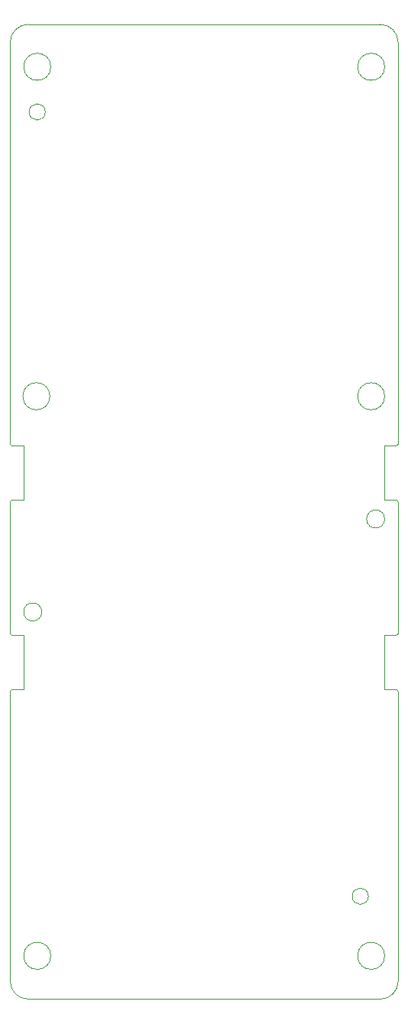
<source format=gm1>
G04 #@! TF.GenerationSoftware,KiCad,Pcbnew,8.0.1*
G04 #@! TF.CreationDate,2024-04-14T23:13:04-04:00*
G04 #@! TF.ProjectId,Bird3Controller,42697264-3343-46f6-9e74-726f6c6c6572,rev?*
G04 #@! TF.SameCoordinates,Original*
G04 #@! TF.FileFunction,Profile,NP*
%FSLAX46Y46*%
G04 Gerber Fmt 4.6, Leading zero omitted, Abs format (unit mm)*
G04 Created by KiCad (PCBNEW 8.0.1) date 2024-04-14 23:13:04*
%MOMM*%
%LPD*%
G01*
G04 APERTURE LIST*
G04 #@! TA.AperFunction,Profile*
%ADD10C,0.100000*%
G04 #@! TD*
G04 APERTURE END LIST*
D10*
X160500000Y-88450000D02*
X160500000Y-44000000D01*
X164900000Y-83200000D02*
G75*
G02*
X161900000Y-83200000I-1500000J0D01*
G01*
X161900000Y-83200000D02*
G75*
G02*
X164900000Y-83200000I1500000J0D01*
G01*
X201500000Y-42000000D02*
X162500000Y-42000000D01*
X200200000Y-138600000D02*
G75*
G02*
X198400000Y-138600000I-900000J0D01*
G01*
X198400000Y-138600000D02*
G75*
G02*
X200200000Y-138600000I900000J0D01*
G01*
X160500000Y-44000000D02*
G75*
G02*
X162500000Y-42000000I2000000J0D01*
G01*
X160500000Y-148000000D02*
X160500000Y-115950000D01*
X201500000Y-42000000D02*
G75*
G02*
X203500000Y-44000000I0J-2000000D01*
G01*
X203500000Y-115950000D02*
X203500000Y-148000000D01*
X203500000Y-44000000D02*
X203500000Y-88450000D01*
X203500000Y-148000000D02*
G75*
G02*
X201500000Y-150000000I-2000000J0D01*
G01*
X165000000Y-145200000D02*
G75*
G02*
X162000000Y-145200000I-1500000J0D01*
G01*
X162000000Y-145200000D02*
G75*
G02*
X165000000Y-145200000I1500000J0D01*
G01*
X201500000Y-150000000D02*
X162500000Y-150000000D01*
X164400000Y-51700000D02*
G75*
G02*
X162600000Y-51700000I-900000J0D01*
G01*
X162600000Y-51700000D02*
G75*
G02*
X164400000Y-51700000I900000J0D01*
G01*
X160500000Y-109450000D02*
X160500000Y-94950000D01*
X162500000Y-150000000D02*
G75*
G02*
X160500000Y-148000000I0J2000000D01*
G01*
X202000000Y-46700000D02*
G75*
G02*
X199000000Y-46700000I-1500000J0D01*
G01*
X199000000Y-46700000D02*
G75*
G02*
X202000000Y-46700000I1500000J0D01*
G01*
X203500000Y-94950000D02*
X203500000Y-109450000D01*
X202000000Y-145200000D02*
G75*
G02*
X199000000Y-145200000I-1500000J0D01*
G01*
X199000000Y-145200000D02*
G75*
G02*
X202000000Y-145200000I1500000J0D01*
G01*
X202000000Y-83200000D02*
G75*
G02*
X199000000Y-83200000I-1500000J0D01*
G01*
X199000000Y-83200000D02*
G75*
G02*
X202000000Y-83200000I1500000J0D01*
G01*
X165000000Y-46700000D02*
G75*
G02*
X162000000Y-46700000I-1500000J0D01*
G01*
X162000000Y-46700000D02*
G75*
G02*
X165000000Y-46700000I1500000J0D01*
G01*
X160750000Y-94700000D02*
X162000000Y-94700000D01*
X160750000Y-115700000D02*
X162000000Y-115700000D01*
X162000000Y-88700000D02*
X160750000Y-88700000D01*
X162000000Y-94700000D02*
X162000000Y-88700000D01*
X162000000Y-109700000D02*
X160750000Y-109700000D01*
X162000000Y-115700000D02*
X162000000Y-109700000D01*
X202000000Y-88700000D02*
X202000000Y-94700000D01*
X202000000Y-94700000D02*
X203250000Y-94700000D01*
X202000000Y-109700000D02*
X202000000Y-115700000D01*
X202000000Y-115700000D02*
X203250000Y-115700000D01*
X203250000Y-88700000D02*
X202000000Y-88700000D01*
X203250000Y-109700000D02*
X202000000Y-109700000D01*
X160500000Y-94950000D02*
G75*
G02*
X160750000Y-94700000I249999J1D01*
G01*
X160500000Y-115950000D02*
G75*
G02*
X160750000Y-115700000I249999J1D01*
G01*
X160750000Y-88700000D02*
G75*
G02*
X160500000Y-88450000I-1J249999D01*
G01*
X160750000Y-109700000D02*
G75*
G02*
X160500000Y-109450000I-1J249999D01*
G01*
X203250000Y-94700000D02*
G75*
G02*
X203500000Y-94950000I0J-250000D01*
G01*
X203250000Y-115700000D02*
G75*
G02*
X203500000Y-115950000I0J-250000D01*
G01*
X203500000Y-88450000D02*
G75*
G02*
X203250000Y-88700000I-250000J0D01*
G01*
X203500000Y-109450000D02*
G75*
G02*
X203250000Y-109700000I-250000J0D01*
G01*
X164000000Y-107100000D02*
G75*
G02*
X162000000Y-107100000I-1000000J0D01*
G01*
X162000000Y-107100000D02*
G75*
G02*
X164000000Y-107100000I1000000J0D01*
G01*
X202000000Y-96800000D02*
G75*
G02*
X200000000Y-96800000I-1000000J0D01*
G01*
X200000000Y-96800000D02*
G75*
G02*
X202000000Y-96800000I1000000J0D01*
G01*
M02*

</source>
